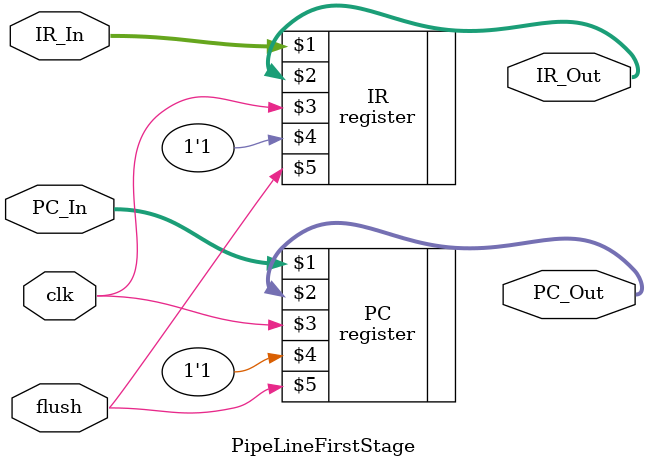
<source format=v>
module PipeLineFirstStage(PC_In,IR_In,PC_Out,IR_Out,clk,flush);

input [31:0] PC_In, IR_In;
input flush,clk;
output [31:0]  PC_Out, IR_Out;


register PC(PC_In, PC_Out, clk,1'b1,flush);
register IR(IR_In, IR_Out, clk,1'b1,flush);

endmodule
</source>
